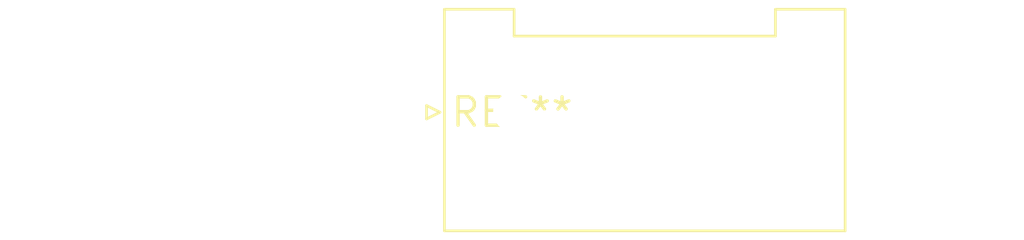
<source format=kicad_pcb>
(kicad_pcb (version 20240108) (generator pcbnew)
  (layers (0 "F.Cu" signal) (31 "B.Cu" signal) (34 "B.Paste" user) (35 "F.Paste" user) (36 "B.SilkS" user "B.Silkscreen") (37 "F.SilkS" user "F.Silkscreen") (38 "B.Mask" user) (39 "F.Mask" user) (44 "Edge.Cuts" user))
  (net 0 "")
  (footprint "JST_VH_B4P-VH-FB-B_1x04_P3.96mm_Vertical" (layer "F.Cu") (at 0 0)
    (property "Reference" "REF**")
    (property "Value" "JST_VH_B4P-VH-FB-B_1x04_P3.96mm_Vertical")
    (fp_line (start -3.83 -0.3) (end -3.23 0) (layer "F.SilkS") (stroke (width 0.12)))
    (fp_line (start -3.83 0.3) (end -3.83 -0.3) (layer "F.SilkS") (stroke (width 0.12)))
    (fp_line (start -3.23 0) (end -3.83 0.3) (layer "F.SilkS") (stroke (width 0.12)))
    (fp_line (start -3.03 -4.61) (end 0.09 -4.61) (layer "F.SilkS") (stroke (width 0.12)))
    (fp_line (start -3.03 5.31) (end -3.03 -4.61) (layer "F.SilkS") (stroke (width 0.12)))
    (fp_line (start 0.09 -4.61) (end 0.09 -3.41) (layer "F.SilkS") (stroke (width 0.12)))
    (fp_line (start 0.09 -3.41) (end 11.79 -3.41) (layer "F.SilkS") (stroke (width 0.12)))
    (fp_line (start 11.79 -4.61) (end 14.91 -4.61) (layer "F.SilkS") (stroke (width 0.12)))
    (fp_line (start 11.79 -3.41) (end 11.79 -4.61) (layer "F.SilkS") (stroke (width 0.12)))
    (fp_line (start 14.91 -4.61) (end 14.91 5.31) (layer "F.SilkS") (stroke (width 0.12)))
    (fp_line (start 14.91 5.31) (end -3.03 5.31) (layer "F.SilkS") (stroke (width 0.12)))
    (pad "" np_thru_hole circle (at -1.5 -3.4) (size 1.45 1.45) (drill 1.45) (layers *.Cu *.Mask))
    (pad "1" thru_hole roundrect (at 0 0) (size 2.7 2.7) (drill 1.7) (layers *.Cu *.Mask) (remove_unused_layers) (roundrect_rratio 0.092593))
    (pad "2" thru_hole circle (at 3.96 0) (size 2.7 2.7) (drill 1.7) (layers *.Cu *.Mask) (remove_unused_layers))
    (pad "3" thru_hole circle (at 7.92 0) (size 2.7 2.7) (drill 1.7) (layers *.Cu *.Mask) (remove_unused_layers))
    (pad "4" thru_hole circle (at 11.88 0) (size 2.7 2.7) (drill 1.7) (layers *.Cu *.Mask) (remove_unused_layers))
  )
)
</source>
